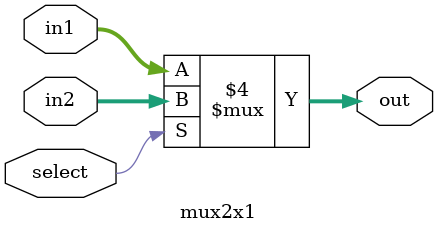
<source format=v>
module mux2x1 (
    input [31:0]in1,
    input [31:0]in2,
    input select,
    output reg [31:0] out
);

always @(*) begin
    if (!select) begin
        out<=in1;
    end else begin
        out<=in2;
    end
end
    
endmodule
</source>
